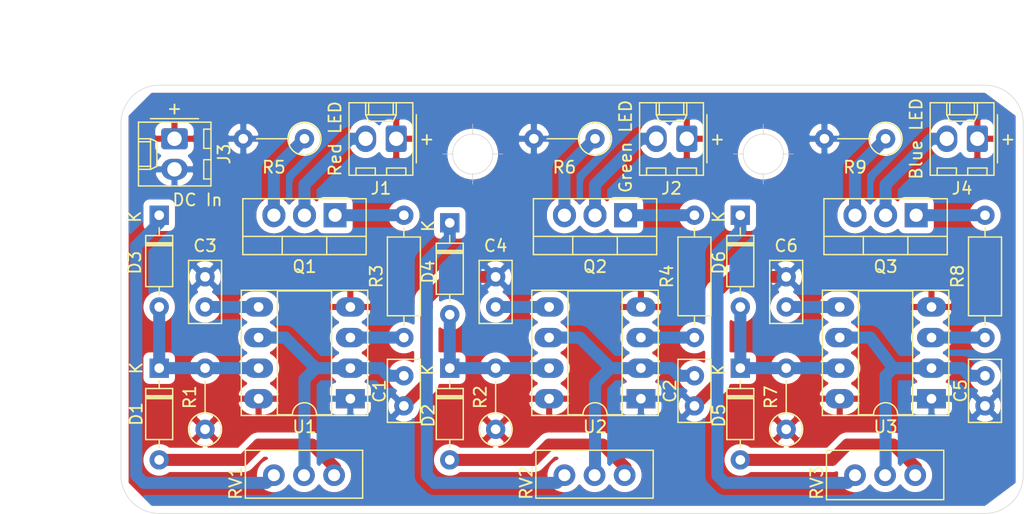
<source format=kicad_pcb>
(kicad_pcb (version 20171130) (host pcbnew 5.1.5+dfsg1-2build2)
  (layers (0 F.Cu signal) (31 B.Cu signal) (34 B.Paste user hide) (35 F.Paste user hide) (36 B.SilkS user hide) (37 F.SilkS user) (38 B.Mask user) (39 F.Mask user) (44 Edge.Cuts user))
  (net 0 "")
  (net 1 "Net-(C1-Pad1)")
  (net 2 GND)
  (net 3 "Net-(C2-Pad1)")
  (net 4 "Net-(C3-Pad1)")
  (net 5 "Net-(C4-Pad1)")
  (net 6 "Net-(C5-Pad1)")
  (net 7 "Net-(C6-Pad1)")
  (net 8 "Net-(D1-Pad2)")
  (net 9 "Net-(D1-Pad1)")
  (net 10 "Net-(D2-Pad1)")
  (net 11 "Net-(D2-Pad2)")
  (net 12 "Net-(D3-Pad1)")
  (net 13 "Net-(D4-Pad1)")
  (net 14 "Net-(D5-Pad1)")
  (net 15 "Net-(D5-Pad2)")
  (net 16 "Net-(D6-Pad1)")
  (net 17 "Net-(J1-Pad2)")
  (net 18 VCC)
  (net 19 "Net-(J2-Pad2)")
  (net 20 "Net-(J4-Pad2)")
  (net 21 "Net-(Q1-Pad1)")
  (net 22 "Net-(Q1-Pad3)")
  (net 23 "Net-(Q2-Pad3)")
  (net 24 "Net-(Q2-Pad1)")
  (net 25 "Net-(Q3-Pad1)")
  (net 26 "Net-(Q3-Pad3)")
  (net 27 "Net-(R3-Pad2)")
  (net 28 "Net-(R4-Pad2)")
  (net 29 "Net-(R8-Pad2)")
  (module Potentiometer_THT:Potentiometer_Alps_RK09Y11_Single_Horizontal (layer F.Cu) (at 114.935 112.395 270)
    (fp_text reference RV3 (at 0.635 3.175 90) (layer F.SilkS))
    (fp_text value 10k)
    (fp_line (start 2.032 -7.37) (end 2.032 2.37) (layer F.SilkS) (width 0.12))
    (fp_line (start -2.071 -7.37) (end -2.071 2.37) (layer F.SilkS) (width 0.12))
    (fp_line (start -2.071 2.37) (end 2.032 2.37) (layer F.SilkS) (width 0.12))
    (fp_line (start -2.071 -7.37) (end 2.032 -7.37) (layer F.SilkS) (width 0.12))
    (pad 1 thru_hole circle (at 0 0 270) (size 1.8 1.8) (drill 1) (layers *.Cu *.Mask) (net 16 "Net-(D6-Pad1)"))
    (pad 2 thru_hole circle (at 0 -2.5 270) (size 1.8 1.8) (drill 1) (layers *.Cu *.Mask) (net 6 "Net-(C5-Pad1)"))
    (pad 3 thru_hole circle (at 0 -5 270) (size 1.8 1.8) (drill 1) (layers *.Cu *.Mask) (net 15 "Net-(D5-Pad2)"))
  )
  (module Potentiometer_THT:Potentiometer_Alps_RK09Y11_Single_Horizontal (layer F.Cu) (at 90.805 112.395 270)
    (fp_text reference RV2 (at 0.635 3.175 270) (layer F.SilkS))
    (fp_text value 10k)
    (fp_line (start 1.905 -7.366) (end 1.905 2.374) (layer F.SilkS) (width 0.12))
    (fp_line (start -2.071 -7.37) (end -2.071 2.37) (layer F.SilkS) (width 0.12))
    (fp_line (start -2.071 2.37) (end 1.905 2.374) (layer F.SilkS) (width 0.12))
    (fp_line (start -2.071 -7.37) (end 1.905 -7.366) (layer F.SilkS) (width 0.12))
    (pad 1 thru_hole circle (at 0 0 270) (size 1.8 1.8) (drill 1) (layers *.Cu *.Mask) (net 13 "Net-(D4-Pad1)"))
    (pad 2 thru_hole circle (at 0 -2.5 270) (size 1.8 1.8) (drill 1) (layers *.Cu *.Mask) (net 3 "Net-(C2-Pad1)"))
    (pad 3 thru_hole circle (at 0 -5 270) (size 1.8 1.8) (drill 1) (layers *.Cu *.Mask) (net 11 "Net-(D2-Pad2)"))
  )
  (module Potentiometer_THT:Potentiometer_Alps_RK09Y11_Single_Horizontal (layer F.Cu) (at 66.675 112.395 270)
    (fp_text reference RV1 (at 0.635 3.175 270) (layer F.SilkS))
    (fp_text value 10k)
    (fp_line (start 1.905 -7.37) (end 1.905 2.37) (layer F.SilkS) (width 0.12))
    (fp_line (start -2.071 -7.37) (end -2.071 2.37) (layer F.SilkS) (width 0.12))
    (fp_line (start -2.071 2.37) (end 1.905 2.37) (layer F.SilkS) (width 0.12))
    (fp_line (start -2.071 -7.37) (end 1.905 -7.37) (layer F.SilkS) (width 0.12))
    (pad 1 thru_hole circle (at 0 0 270) (size 1.8 1.8) (drill 1) (layers *.Cu *.Mask) (net 12 "Net-(D3-Pad1)"))
    (pad 2 thru_hole circle (at 0 -2.5 270) (size 1.8 1.8) (drill 1) (layers *.Cu *.Mask) (net 1 "Net-(C1-Pad1)"))
    (pad 3 thru_hole circle (at 0 -5 270) (size 1.8 1.8) (drill 1) (layers *.Cu *.Mask) (net 8 "Net-(D1-Pad2)"))
  )
  (module MountingHole:MountingHole_3.2mm_M3 (layer F.Cu) (at 107.315 85.725)
    (fp_text reference REF** hide)
    (fp_text value MountingHole_3.2mm_M3)
    (pad "" np_thru_hole circle (at 0 0) (size 3.2 3.2) (drill 3.2) (layers *.Cu *.Mask))
  )
  (module MountingHole:MountingHole_3.2mm_M3 (layer F.Cu) (at 83.185 85.725)
    (fp_text reference "" hide)
    (fp_text value MountingHole_3.2mm_M3)
    (pad "" np_thru_hole circle (at 0 0) (size 3.2 3.2) (drill 3.2) (layers *.Cu *.Mask))
  )
  (module Capacitor_THT:C_Disc_D5.0mm_W2.5mm_P2.50mm (layer F.Cu) (at 77.47 104.14 270)
    (fp_text reference C1 (at 1.27 2.032 90) (layer F.SilkS))
    (fp_text value 10nF)
    (fp_line (start -1.37 -1.37) (end 3.87 -1.37) (layer F.SilkS) (width 0.12))
    (fp_line (start -1.37 1.37) (end 3.87 1.37) (layer F.SilkS) (width 0.12))
    (fp_line (start -1.37 -1.37) (end -1.37 1.37) (layer F.SilkS) (width 0.12))
    (fp_line (start 3.87 -1.37) (end 3.87 1.37) (layer F.SilkS) (width 0.12))
    (pad 1 thru_hole circle (at 0 0 270) (size 1.6 1.6) (drill 0.8) (layers *.Cu *.Mask) (net 1 "Net-(C1-Pad1)"))
    (pad 2 thru_hole circle (at 2.5 0 270) (size 1.6 1.6) (drill 0.8) (layers *.Cu *.Mask) (net 2 GND))
  )
  (module Capacitor_THT:C_Disc_D5.0mm_W2.5mm_P2.50mm (layer F.Cu) (at 101.6 104.14 270)
    (fp_text reference C2 (at 1.27 2.032 90) (layer F.SilkS))
    (fp_text value 10nF)
    (fp_line (start -1.37 -1.37) (end 3.87 -1.37) (layer F.SilkS) (width 0.12))
    (fp_line (start -1.37 1.37) (end 3.87 1.37) (layer F.SilkS) (width 0.12))
    (fp_line (start -1.37 -1.37) (end -1.37 1.37) (layer F.SilkS) (width 0.12))
    (fp_line (start 3.87 -1.37) (end 3.87 1.37) (layer F.SilkS) (width 0.12))
    (pad 1 thru_hole circle (at 0 0 270) (size 1.6 1.6) (drill 0.8) (layers *.Cu *.Mask) (net 3 "Net-(C2-Pad1)"))
    (pad 2 thru_hole circle (at 2.5 0 270) (size 1.6 1.6) (drill 0.8) (layers *.Cu *.Mask) (net 2 GND))
  )
  (module Capacitor_THT:C_Disc_D5.0mm_W2.5mm_P2.50mm (layer F.Cu) (at 60.96 98.425 90)
    (fp_text reference C3 (at 5.08 0 180) (layer F.SilkS))
    (fp_text value 10nF)
    (fp_line (start 3.87 -1.37) (end 3.87 1.37) (layer F.SilkS) (width 0.12))
    (fp_line (start -1.37 -1.37) (end -1.37 1.37) (layer F.SilkS) (width 0.12))
    (fp_line (start -1.37 1.37) (end 3.87 1.37) (layer F.SilkS) (width 0.12))
    (fp_line (start -1.37 -1.37) (end 3.87 -1.37) (layer F.SilkS) (width 0.12))
    (pad 2 thru_hole circle (at 2.5 0 90) (size 1.6 1.6) (drill 0.8) (layers *.Cu *.Mask) (net 2 GND))
    (pad 1 thru_hole circle (at 0 0 90) (size 1.6 1.6) (drill 0.8) (layers *.Cu *.Mask) (net 4 "Net-(C3-Pad1)"))
  )
  (module Capacitor_THT:C_Disc_D5.0mm_W2.5mm_P2.50mm (layer F.Cu) (at 85.09 98.425 90)
    (fp_text reference C4 (at 5.08 0 180) (layer F.SilkS))
    (fp_text value 10nF)
    (fp_line (start 3.87 -1.37) (end 3.87 1.37) (layer F.SilkS) (width 0.12))
    (fp_line (start -1.37 -1.37) (end -1.37 1.37) (layer F.SilkS) (width 0.12))
    (fp_line (start -1.37 1.37) (end 3.87 1.37) (layer F.SilkS) (width 0.12))
    (fp_line (start -1.37 -1.37) (end 3.87 -1.37) (layer F.SilkS) (width 0.12))
    (pad 2 thru_hole circle (at 2.5 0 90) (size 1.6 1.6) (drill 0.8) (layers *.Cu *.Mask) (net 2 GND))
    (pad 1 thru_hole circle (at 0 0 90) (size 1.6 1.6) (drill 0.8) (layers *.Cu *.Mask) (net 5 "Net-(C4-Pad1)"))
  )
  (module Capacitor_THT:C_Disc_D5.0mm_W2.5mm_P2.50mm (layer F.Cu) (at 125.73 104.14 270)
    (fp_text reference C5 (at 1.25 2.032 90) (layer F.SilkS))
    (fp_text value 10nF)
    (fp_line (start -1.37 -1.37) (end 3.87 -1.37) (layer F.SilkS) (width 0.12))
    (fp_line (start -1.37 1.37) (end 3.87 1.37) (layer F.SilkS) (width 0.12))
    (fp_line (start -1.37 -1.37) (end -1.37 1.37) (layer F.SilkS) (width 0.12))
    (fp_line (start 3.87 -1.37) (end 3.87 1.37) (layer F.SilkS) (width 0.12))
    (pad 1 thru_hole circle (at 0 0 270) (size 1.6 1.6) (drill 0.8) (layers *.Cu *.Mask) (net 6 "Net-(C5-Pad1)"))
    (pad 2 thru_hole circle (at 2.5 0 270) (size 1.6 1.6) (drill 0.8) (layers *.Cu *.Mask) (net 2 GND))
  )
  (module Capacitor_THT:C_Disc_D5.0mm_W2.5mm_P2.50mm (layer F.Cu) (at 109.22 98.425 90)
    (fp_text reference C6 (at 5.08 0 180) (layer F.SilkS))
    (fp_text value 10nF)
    (fp_line (start 3.87 -1.37) (end 3.87 1.37) (layer F.SilkS) (width 0.12))
    (fp_line (start -1.37 -1.37) (end -1.37 1.37) (layer F.SilkS) (width 0.12))
    (fp_line (start -1.37 1.37) (end 3.87 1.37) (layer F.SilkS) (width 0.12))
    (fp_line (start -1.37 -1.37) (end 3.87 -1.37) (layer F.SilkS) (width 0.12))
    (pad 2 thru_hole circle (at 2.5 0 90) (size 1.6 1.6) (drill 0.8) (layers *.Cu *.Mask) (net 2 GND))
    (pad 1 thru_hole circle (at 0 0 90) (size 1.6 1.6) (drill 0.8) (layers *.Cu *.Mask) (net 7 "Net-(C6-Pad1)"))
  )
  (module Diode_THT:D_DO-35_SOD27_P7.62mm_Horizontal (layer F.Cu) (at 57.15 103.505 270)
    (fp_text reference D1 (at 3.81 1.905 90) (layer F.SilkS))
    (fp_text value 1N4148)
    (fp_text user K (at 0 1.905 90) (layer F.SilkS))
    (fp_line (start 2.29 -1.12) (end 2.29 1.12) (layer F.SilkS) (width 0.12))
    (fp_line (start 2.53 -1.12) (end 2.53 1.12) (layer F.SilkS) (width 0.12))
    (fp_line (start 2.41 -1.12) (end 2.41 1.12) (layer F.SilkS) (width 0.12))
    (fp_line (start 6.58 0) (end 5.93 0) (layer F.SilkS) (width 0.12))
    (fp_line (start 1.04 0) (end 1.69 0) (layer F.SilkS) (width 0.12))
    (fp_line (start 5.93 -1.12) (end 1.69 -1.12) (layer F.SilkS) (width 0.12))
    (fp_line (start 5.93 1.12) (end 5.93 -1.12) (layer F.SilkS) (width 0.12))
    (fp_line (start 1.69 1.12) (end 5.93 1.12) (layer F.SilkS) (width 0.12))
    (fp_line (start 1.69 -1.12) (end 1.69 1.12) (layer F.SilkS) (width 0.12))
    (pad 2 thru_hole oval (at 7.62 0 270) (size 1.6 1.6) (drill 0.8) (layers *.Cu *.Mask) (net 8 "Net-(D1-Pad2)"))
    (pad 1 thru_hole rect (at 0 0 270) (size 1.6 1.6) (drill 0.8) (layers *.Cu *.Mask) (net 9 "Net-(D1-Pad1)"))
  )
  (module Diode_THT:D_DO-35_SOD27_P7.62mm_Horizontal (layer F.Cu) (at 81.28 103.505 270)
    (fp_text reference D2 (at 3.937 1.778 90) (layer F.SilkS))
    (fp_text value 1N4148)
    (fp_line (start 1.69 -1.12) (end 1.69 1.12) (layer F.SilkS) (width 0.12))
    (fp_line (start 1.69 1.12) (end 5.93 1.12) (layer F.SilkS) (width 0.12))
    (fp_line (start 5.93 1.12) (end 5.93 -1.12) (layer F.SilkS) (width 0.12))
    (fp_line (start 5.93 -1.12) (end 1.69 -1.12) (layer F.SilkS) (width 0.12))
    (fp_line (start 1.04 0) (end 1.69 0) (layer F.SilkS) (width 0.12))
    (fp_line (start 6.58 0) (end 5.93 0) (layer F.SilkS) (width 0.12))
    (fp_line (start 2.41 -1.12) (end 2.41 1.12) (layer F.SilkS) (width 0.12))
    (fp_line (start 2.53 -1.12) (end 2.53 1.12) (layer F.SilkS) (width 0.12))
    (fp_line (start 2.29 -1.12) (end 2.29 1.12) (layer F.SilkS) (width 0.12))
    (fp_text user K (at 0.127 1.778 90) (layer F.SilkS))
    (pad 1 thru_hole rect (at 0 0 270) (size 1.6 1.6) (drill 0.8) (layers *.Cu *.Mask) (net 10 "Net-(D2-Pad1)"))
    (pad 2 thru_hole oval (at 7.62 0 270) (size 1.6 1.6) (drill 0.8) (layers *.Cu *.Mask) (net 11 "Net-(D2-Pad2)"))
  )
  (module Diode_THT:D_DO-35_SOD27_P7.62mm_Horizontal (layer F.Cu) (at 57.15 90.805 270)
    (fp_text reference D3 (at 3.937 2.032 90) (layer F.SilkS))
    (fp_text value 1N4148)
    (fp_text user K (at 0.127 2.032 90) (layer F.SilkS))
    (fp_line (start 2.29 -1.12) (end 2.29 1.12) (layer F.SilkS) (width 0.12))
    (fp_line (start 2.53 -1.12) (end 2.53 1.12) (layer F.SilkS) (width 0.12))
    (fp_line (start 2.41 -1.12) (end 2.41 1.12) (layer F.SilkS) (width 0.12))
    (fp_line (start 6.58 0) (end 5.93 0) (layer F.SilkS) (width 0.12))
    (fp_line (start 1.04 0) (end 1.69 0) (layer F.SilkS) (width 0.12))
    (fp_line (start 5.93 -1.12) (end 1.69 -1.12) (layer F.SilkS) (width 0.12))
    (fp_line (start 5.93 1.12) (end 5.93 -1.12) (layer F.SilkS) (width 0.12))
    (fp_line (start 1.69 1.12) (end 5.93 1.12) (layer F.SilkS) (width 0.12))
    (fp_line (start 1.69 -1.12) (end 1.69 1.12) (layer F.SilkS) (width 0.12))
    (pad 2 thru_hole oval (at 7.62 0 270) (size 1.6 1.6) (drill 0.8) (layers *.Cu *.Mask) (net 9 "Net-(D1-Pad1)"))
    (pad 1 thru_hole rect (at 0 0 270) (size 1.6 1.6) (drill 0.8) (layers *.Cu *.Mask) (net 12 "Net-(D3-Pad1)"))
  )
  (module Diode_THT:D_DO-35_SOD27_P7.62mm_Horizontal (layer F.Cu) (at 81.28 91.44 270)
    (fp_text reference D4 (at 4.064 1.778 90) (layer F.SilkS))
    (fp_text value 1N4148)
    (fp_line (start 1.69 -1.12) (end 1.69 1.12) (layer F.SilkS) (width 0.12))
    (fp_line (start 1.69 1.12) (end 5.93 1.12) (layer F.SilkS) (width 0.12))
    (fp_line (start 5.93 1.12) (end 5.93 -1.12) (layer F.SilkS) (width 0.12))
    (fp_line (start 5.93 -1.12) (end 1.69 -1.12) (layer F.SilkS) (width 0.12))
    (fp_line (start 1.04 0) (end 1.69 0) (layer F.SilkS) (width 0.12))
    (fp_line (start 6.58 0) (end 5.93 0) (layer F.SilkS) (width 0.12))
    (fp_line (start 2.41 -1.12) (end 2.41 1.12) (layer F.SilkS) (width 0.12))
    (fp_line (start 2.53 -1.12) (end 2.53 1.12) (layer F.SilkS) (width 0.12))
    (fp_line (start 2.29 -1.12) (end 2.29 1.12) (layer F.SilkS) (width 0.12))
    (fp_text user K (at 0.254 1.778 90) (layer F.SilkS))
    (pad 1 thru_hole rect (at 0 0 270) (size 1.6 1.6) (drill 0.8) (layers *.Cu *.Mask) (net 13 "Net-(D4-Pad1)"))
    (pad 2 thru_hole oval (at 7.62 0 270) (size 1.6 1.6) (drill 0.8) (layers *.Cu *.Mask) (net 10 "Net-(D2-Pad1)"))
  )
  (module Diode_THT:D_DO-35_SOD27_P7.62mm_Horizontal (layer F.Cu) (at 105.41 103.505 270)
    (fp_text reference D5 (at 3.937 1.778 90) (layer F.SilkS))
    (fp_text value 1N4148)
    (fp_line (start 1.69 -1.12) (end 1.69 1.12) (layer F.SilkS) (width 0.12))
    (fp_line (start 1.69 1.12) (end 5.93 1.12) (layer F.SilkS) (width 0.12))
    (fp_line (start 5.93 1.12) (end 5.93 -1.12) (layer F.SilkS) (width 0.12))
    (fp_line (start 5.93 -1.12) (end 1.69 -1.12) (layer F.SilkS) (width 0.12))
    (fp_line (start 1.04 0) (end 1.69 0) (layer F.SilkS) (width 0.12))
    (fp_line (start 6.58 0) (end 5.93 0) (layer F.SilkS) (width 0.12))
    (fp_line (start 2.41 -1.12) (end 2.41 1.12) (layer F.SilkS) (width 0.12))
    (fp_line (start 2.53 -1.12) (end 2.53 1.12) (layer F.SilkS) (width 0.12))
    (fp_line (start 2.29 -1.12) (end 2.29 1.12) (layer F.SilkS) (width 0.12))
    (fp_text user K (at 0.127 1.778 90) (layer F.SilkS))
    (pad 1 thru_hole rect (at 0 0 270) (size 1.6 1.6) (drill 0.8) (layers *.Cu *.Mask) (net 14 "Net-(D5-Pad1)"))
    (pad 2 thru_hole oval (at 7.62 0 270) (size 1.6 1.6) (drill 0.8) (layers *.Cu *.Mask) (net 15 "Net-(D5-Pad2)"))
  )
  (module Diode_THT:D_DO-35_SOD27_P7.62mm_Horizontal (layer F.Cu) (at 105.41 90.805 270)
    (fp_text reference D6 (at 3.937 1.778 90) (layer F.SilkS))
    (fp_text value 1N4148)
    (fp_text user K (at 0.127 1.778 90) (layer F.SilkS))
    (fp_line (start 2.29 -1.12) (end 2.29 1.12) (layer F.SilkS) (width 0.12))
    (fp_line (start 2.53 -1.12) (end 2.53 1.12) (layer F.SilkS) (width 0.12))
    (fp_line (start 2.41 -1.12) (end 2.41 1.12) (layer F.SilkS) (width 0.12))
    (fp_line (start 6.58 0) (end 5.93 0) (layer F.SilkS) (width 0.12))
    (fp_line (start 1.04 0) (end 1.69 0) (layer F.SilkS) (width 0.12))
    (fp_line (start 5.93 -1.12) (end 1.69 -1.12) (layer F.SilkS) (width 0.12))
    (fp_line (start 5.93 1.12) (end 5.93 -1.12) (layer F.SilkS) (width 0.12))
    (fp_line (start 1.69 1.12) (end 5.93 1.12) (layer F.SilkS) (width 0.12))
    (fp_line (start 1.69 -1.12) (end 1.69 1.12) (layer F.SilkS) (width 0.12))
    (pad 2 thru_hole oval (at 7.62 0 270) (size 1.6 1.6) (drill 0.8) (layers *.Cu *.Mask) (net 14 "Net-(D5-Pad1)"))
    (pad 1 thru_hole rect (at 0 0 270) (size 1.6 1.6) (drill 0.8) (layers *.Cu *.Mask) (net 16 "Net-(D6-Pad1)"))
  )
  (module Connector_Molex:Molex_KK-254_AE-6410-02A_1x02_P2.54mm_Vertical (layer F.Cu) (at 76.835 84.455 180)
    (fp_text reference J1 (at 1.27 -4.12) (layer F.SilkS))
    (fp_text value "Red Led")
    (fp_line (start 3.34 -2.43) (end 3.34 -3.03) (layer F.SilkS) (width 0.12))
    (fp_line (start 1.74 -2.43) (end 3.34 -2.43) (layer F.SilkS) (width 0.12))
    (fp_line (start 1.74 -3.03) (end 1.74 -2.43) (layer F.SilkS) (width 0.12))
    (fp_line (start 0.8 -2.43) (end 0.8 -3.03) (layer F.SilkS) (width 0.12))
    (fp_line (start -0.8 -2.43) (end 0.8 -2.43) (layer F.SilkS) (width 0.12))
    (fp_line (start -0.8 -3.03) (end -0.8 -2.43) (layer F.SilkS) (width 0.12))
    (fp_line (start 2.29 2.99) (end 2.29 1.99) (layer F.SilkS) (width 0.12))
    (fp_line (start 0.25 2.99) (end 0.25 1.99) (layer F.SilkS) (width 0.12))
    (fp_line (start 2.29 1.46) (end 2.54 1.99) (layer F.SilkS) (width 0.12))
    (fp_line (start 0.25 1.46) (end 2.29 1.46) (layer F.SilkS) (width 0.12))
    (fp_line (start 0 1.99) (end 0.25 1.46) (layer F.SilkS) (width 0.12))
    (fp_line (start 2.54 1.99) (end 2.54 2.99) (layer F.SilkS) (width 0.12))
    (fp_line (start 0 1.99) (end 2.54 1.99) (layer F.SilkS) (width 0.12))
    (fp_line (start 0 2.99) (end 0 1.99) (layer F.SilkS) (width 0.12))
    (fp_line (start -1.67 -2) (end -1.67 2) (layer F.SilkS) (width 0.12))
    (fp_line (start 3.92 -3.03) (end -1.38 -3.03) (layer F.SilkS) (width 0.12))
    (fp_line (start 3.92 2.99) (end 3.92 -3.03) (layer F.SilkS) (width 0.12))
    (fp_line (start -1.38 2.99) (end 3.92 2.99) (layer F.SilkS) (width 0.12))
    (fp_line (start -1.38 -3.03) (end -1.38 2.99) (layer F.SilkS) (width 0.12))
    (pad 2 thru_hole oval (at 2.54 0 180) (size 1.74 2.2) (drill 1.2) (layers *.Cu *.Mask) (net 17 "Net-(J1-Pad2)"))
    (pad 1 thru_hole roundrect (at 0 0 180) (size 1.74 2.2) (drill 1.2) (layers *.Cu *.Mask) (roundrect_rratio 0.143678) (net 18 VCC))
  )
  (module Connector_Molex:Molex_KK-254_AE-6410-02A_1x02_P2.54mm_Vertical (layer F.Cu) (at 100.965 84.455 180)
    (fp_text reference J2 (at 1.27 -4.12) (layer F.SilkS))
    (fp_text value "Blue Led")
    (fp_line (start 3.34 -2.43) (end 3.34 -3.03) (layer F.SilkS) (width 0.12))
    (fp_line (start 1.74 -2.43) (end 3.34 -2.43) (layer F.SilkS) (width 0.12))
    (fp_line (start 1.74 -3.03) (end 1.74 -2.43) (layer F.SilkS) (width 0.12))
    (fp_line (start 0.8 -2.43) (end 0.8 -3.03) (layer F.SilkS) (width 0.12))
    (fp_line (start -0.8 -2.43) (end 0.8 -2.43) (layer F.SilkS) (width 0.12))
    (fp_line (start -0.8 -3.03) (end -0.8 -2.43) (layer F.SilkS) (width 0.12))
    (fp_line (start 2.29 2.99) (end 2.29 1.99) (layer F.SilkS) (width 0.12))
    (fp_line (start 0.25 2.99) (end 0.25 1.99) (layer F.SilkS) (width 0.12))
    (fp_line (start 2.29 1.46) (end 2.54 1.99) (layer F.SilkS) (width 0.12))
    (fp_line (start 0.25 1.46) (end 2.29 1.46) (layer F.SilkS) (width 0.12))
    (fp_line (start 0 1.99) (end 0.25 1.46) (layer F.SilkS) (width 0.12))
    (fp_line (start 2.54 1.99) (end 2.54 2.99) (layer F.SilkS) (width 0.12))
    (fp_line (start 0 1.99) (end 2.54 1.99) (layer F.SilkS) (width 0.12))
    (fp_line (start 0 2.99) (end 0 1.99) (layer F.SilkS) (width 0.12))
    (fp_line (start -1.67 -2) (end -1.67 2) (layer F.SilkS) (width 0.12))
    (fp_line (start 3.92 -3.03) (end -1.38 -3.03) (layer F.SilkS) (width 0.12))
    (fp_line (start 3.92 2.99) (end 3.92 -3.03) (layer F.SilkS) (width 0.12))
    (fp_line (start -1.38 2.99) (end 3.92 2.99) (layer F.SilkS) (width 0.12))
    (fp_line (start -1.38 -3.03) (end -1.38 2.99) (layer F.SilkS) (width 0.12))
    (pad 2 thru_hole oval (at 2.54 0 180) (size 1.74 2.2) (drill 1.2) (layers *.Cu *.Mask) (net 19 "Net-(J2-Pad2)"))
    (pad 1 thru_hole roundrect (at 0 0 180) (size 1.74 2.2) (drill 1.2) (layers *.Cu *.Mask) (roundrect_rratio 0.143678) (net 18 VCC))
  )
  (module Connector_Molex:Molex_KK-254_AE-6410-02A_1x02_P2.54mm_Vertical (layer F.Cu) (at 58.42 84.455 270)
    (fp_text reference J3 (at 1.27 -4.12 90) (layer F.SilkS))
    (fp_text value "DC In")
    (fp_line (start -1.38 -3.03) (end -1.38 2.99) (layer F.SilkS) (width 0.12))
    (fp_line (start -1.38 2.99) (end 3.92 2.99) (layer F.SilkS) (width 0.12))
    (fp_line (start 3.92 2.99) (end 3.92 -3.03) (layer F.SilkS) (width 0.12))
    (fp_line (start 3.92 -3.03) (end -1.38 -3.03) (layer F.SilkS) (width 0.12))
    (fp_line (start -1.67 -2) (end -1.67 2) (layer F.SilkS) (width 0.12))
    (fp_line (start 0 2.99) (end 0 1.99) (layer F.SilkS) (width 0.12))
    (fp_line (start 0 1.99) (end 2.54 1.99) (layer F.SilkS) (width 0.12))
    (fp_line (start 2.54 1.99) (end 2.54 2.99) (layer F.SilkS) (width 0.12))
    (fp_line (start 0 1.99) (end 0.25 1.46) (layer F.SilkS) (width 0.12))
    (fp_line (start 0.25 1.46) (end 2.29 1.46) (layer F.SilkS) (width 0.12))
    (fp_line (start 2.29 1.46) (end 2.54 1.99) (layer F.SilkS) (width 0.12))
    (fp_line (start 0.25 2.99) (end 0.25 1.99) (layer F.SilkS) (width 0.12))
    (fp_line (start 2.29 2.99) (end 2.29 1.99) (layer F.SilkS) (width 0.12))
    (fp_line (start -0.8 -3.03) (end -0.8 -2.43) (layer F.SilkS) (width 0.12))
    (fp_line (start -0.8 -2.43) (end 0.8 -2.43) (layer F.SilkS) (width 0.12))
    (fp_line (start 0.8 -2.43) (end 0.8 -3.03) (layer F.SilkS) (width 0.12))
    (fp_line (start 1.74 -3.03) (end 1.74 -2.43) (layer F.SilkS) (width 0.12))
    (fp_line (start 1.74 -2.43) (end 3.34 -2.43) (layer F.SilkS) (width 0.12))
    (fp_line (start 3.34 -2.43) (end 3.34 -3.03) (layer F.SilkS) (width 0.12))
    (pad 1 thru_hole roundrect (at 0 0 270) (size 1.74 2.2) (drill 1.2) (layers *.Cu *.Mask) (roundrect_rratio 0.143678) (net 18 VCC))
    (pad 2 thru_hole oval (at 2.54 0 270) (size 1.74 2.2) (drill 1.2) (layers *.Cu *.Mask) (net 2 GND))
  )
  (module Connector_Molex:Molex_KK-254_AE-6410-02A_1x02_P2.54mm_Vertical (layer F.Cu) (at 125.095 84.455 180)
    (fp_text reference J4 (at 1.27 -4.12) (layer F.SilkS))
    (fp_text value "Green Led")
    (fp_line (start -1.38 -3.03) (end -1.38 2.99) (layer F.SilkS) (width 0.12))
    (fp_line (start -1.38 2.99) (end 3.92 2.99) (layer F.SilkS) (width 0.12))
    (fp_line (start 3.92 2.99) (end 3.92 -3.03) (layer F.SilkS) (width 0.12))
    (fp_line (start 3.92 -3.03) (end -1.38 -3.03) (layer F.SilkS) (width 0.12))
    (fp_line (start -1.67 -2) (end -1.67 2) (layer F.SilkS) (width 0.12))
    (fp_line (start 0 2.99) (end 0 1.99) (layer F.SilkS) (width 0.12))
    (fp_line (start 0 1.99) (end 2.54 1.99) (layer F.SilkS) (width 0.12))
    (fp_line (start 2.54 1.99) (end 2.54 2.99) (layer F.SilkS) (width 0.12))
    (fp_line (start 0 1.99) (end 0.25 1.46) (layer F.SilkS) (width 0.12))
    (fp_line (start 0.25 1.46) (end 2.29 1.46) (layer F.SilkS) (width 0.12))
    (fp_line (start 2.29 1.46) (end 2.54 1.99) (layer F.SilkS) (width 0.12))
    (fp_line (start 0.25 2.99) (end 0.25 1.99) (layer F.SilkS) (width 0.12))
    (fp_line (start 2.29 2.99) (end 2.29 1.99) (layer F.SilkS) (width 0.12))
    (fp_line (start -0.8 -3.03) (end -0.8 -2.43) (layer F.SilkS) (width 0.12))
    (fp_line (start -0.8 -2.43) (end 0.8 -2.43) (layer F.SilkS) (width 0.12))
    (fp_line (start 0.8 -2.43) (end 0.8 -3.03) (layer F.SilkS) (width 0.12))
    (fp_line (start 1.74 -3.03) (end 1.74 -2.43) (layer F.SilkS) (width 0.12))
    (fp_line (start 1.74 -2.43) (end 3.34 -2.43) (layer F.SilkS) (width 0.12))
    (fp_line (start 3.34 -2.43) (end 3.34 -3.03) (layer F.SilkS) (width 0.12))
    (pad 1 thru_hole roundrect (at 0 0 180) (size 1.74 2.2) (drill 1.2) (layers *.Cu *.Mask) (roundrect_rratio 0.143678) (net 18 VCC))
    (pad 2 thru_hole oval (at 2.54 0 180) (size 1.74 2.2) (drill 1.2) (layers *.Cu *.Mask) (net 20 "Net-(J4-Pad2)"))
  )
  (module Package_TO_SOT_THT:TO-220-3_Vertical (layer F.Cu) (at 71.755 90.805 180)
    (fp_text reference Q1 (at 2.54 -4.27) (layer F.SilkS))
    (fp_text value IRF540N)
    (fp_line (start -2.58 -3.27) (end 7.66 -3.27) (layer F.SilkS) (width 0.12))
    (fp_line (start -2.58 1.371) (end 7.66 1.371) (layer F.SilkS) (width 0.12))
    (fp_line (start -2.58 -3.27) (end -2.58 1.371) (layer F.SilkS) (width 0.12))
    (fp_line (start 7.66 -3.27) (end 7.66 1.371) (layer F.SilkS) (width 0.12))
    (fp_line (start -2.58 -1.76) (end 7.66 -1.76) (layer F.SilkS) (width 0.12))
    (fp_line (start 0.69 -3.27) (end 0.69 -1.76) (layer F.SilkS) (width 0.12))
    (fp_line (start 4.391 -3.27) (end 4.391 -1.76) (layer F.SilkS) (width 0.12))
    (pad 1 thru_hole rect (at 0 0 180) (size 1.905 2) (drill 1.1) (layers *.Cu *.Mask) (net 21 "Net-(Q1-Pad1)"))
    (pad 2 thru_hole oval (at 2.54 0 180) (size 1.905 2) (drill 1.1) (layers *.Cu *.Mask) (net 17 "Net-(J1-Pad2)"))
    (pad 3 thru_hole oval (at 5.08 0 180) (size 1.905 2) (drill 1.1) (layers *.Cu *.Mask) (net 22 "Net-(Q1-Pad3)"))
  )
  (module Package_TO_SOT_THT:TO-220-3_Vertical (layer F.Cu) (at 95.885 90.805 180)
    (fp_text reference Q2 (at 2.54 -4.27) (layer F.SilkS))
    (fp_text value IRF540N)
    (fp_line (start 4.391 -3.27) (end 4.391 -1.76) (layer F.SilkS) (width 0.12))
    (fp_line (start 0.69 -3.27) (end 0.69 -1.76) (layer F.SilkS) (width 0.12))
    (fp_line (start -2.58 -1.76) (end 7.66 -1.76) (layer F.SilkS) (width 0.12))
    (fp_line (start 7.66 -3.27) (end 7.66 1.371) (layer F.SilkS) (width 0.12))
    (fp_line (start -2.58 -3.27) (end -2.58 1.371) (layer F.SilkS) (width 0.12))
    (fp_line (start -2.58 1.371) (end 7.66 1.371) (layer F.SilkS) (width 0.12))
    (fp_line (start -2.58 -3.27) (end 7.66 -3.27) (layer F.SilkS) (width 0.12))
    (pad 3 thru_hole oval (at 5.08 0 180) (size 1.905 2) (drill 1.1) (layers *.Cu *.Mask) (net 23 "Net-(Q2-Pad3)"))
    (pad 2 thru_hole oval (at 2.54 0 180) (size 1.905 2) (drill 1.1) (layers *.Cu *.Mask) (net 19 "Net-(J2-Pad2)"))
    (pad 1 thru_hole rect (at 0 0 180) (size 1.905 2) (drill 1.1) (layers *.Cu *.Mask) (net 24 "Net-(Q2-Pad1)"))
  )
  (module Package_TO_SOT_THT:TO-220-3_Vertical (layer F.Cu) (at 120.015 90.805 180)
    (fp_text reference Q3 (at 2.54 -4.27) (layer F.SilkS))
    (fp_text value IRF540N)
    (fp_line (start -2.58 -3.27) (end 7.66 -3.27) (layer F.SilkS) (width 0.12))
    (fp_line (start -2.58 1.371) (end 7.66 1.371) (layer F.SilkS) (width 0.12))
    (fp_line (start -2.58 -3.27) (end -2.58 1.371) (layer F.SilkS) (width 0.12))
    (fp_line (start 7.66 -3.27) (end 7.66 1.371) (layer F.SilkS) (width 0.12))
    (fp_line (start -2.58 -1.76) (end 7.66 -1.76) (layer F.SilkS) (width 0.12))
    (fp_line (start 0.69 -3.27) (end 0.69 -1.76) (layer F.SilkS) (width 0.12))
    (fp_line (start 4.391 -3.27) (end 4.391 -1.76) (layer F.SilkS) (width 0.12))
    (pad 1 thru_hole rect (at 0 0 180) (size 1.905 2) (drill 1.1) (layers *.Cu *.Mask) (net 25 "Net-(Q3-Pad1)"))
    (pad 2 thru_hole oval (at 2.54 0 180) (size 1.905 2) (drill 1.1) (layers *.Cu *.Mask) (net 20 "Net-(J4-Pad2)"))
    (pad 3 thru_hole oval (at 5.08 0 180) (size 1.905 2) (drill 1.1) (layers *.Cu *.Mask) (net 26 "Net-(Q3-Pad3)"))
  )
  (module Resistor_THT:R_Axial_DIN0207_L6.3mm_D2.5mm_P5.08mm_Vertical (layer F.Cu) (at 60.96 108.585 90)
    (fp_text reference R1 (at 2.667 -1.27 90) (layer F.SilkS))
    (fp_text value 1k)
    (fp_line (start 1.37 0) (end 3.98 0) (layer F.SilkS) (width 0.12))
    (fp_circle (center 0 0) (end 1.37 0) (layer F.SilkS) (width 0.12))
    (pad 2 thru_hole oval (at 5.08 0 90) (size 1.6 1.6) (drill 0.8) (layers *.Cu *.Mask) (net 9 "Net-(D1-Pad1)"))
    (pad 1 thru_hole circle (at 0 0 90) (size 1.6 1.6) (drill 0.8) (layers *.Cu *.Mask) (net 18 VCC))
  )
  (module Resistor_THT:R_Axial_DIN0207_L6.3mm_D2.5mm_P5.08mm_Vertical (layer F.Cu) (at 85.09 108.585 90)
    (fp_text reference R2 (at 2.667 -1.27 90) (layer F.SilkS))
    (fp_text value 1k)
    (fp_circle (center 0 0) (end 1.37 0) (layer F.SilkS) (width 0.12))
    (fp_line (start 1.37 0) (end 3.98 0) (layer F.SilkS) (width 0.12))
    (pad 1 thru_hole circle (at 0 0 90) (size 1.6 1.6) (drill 0.8) (layers *.Cu *.Mask) (net 18 VCC))
    (pad 2 thru_hole oval (at 5.08 0 90) (size 1.6 1.6) (drill 0.8) (layers *.Cu *.Mask) (net 10 "Net-(D2-Pad1)"))
  )
  (module Resistor_THT:R_Axial_DIN0207_L6.3mm_D2.5mm_P10.16mm_Horizontal (layer F.Cu) (at 77.47 90.805 270)
    (fp_text reference R3 (at 5.08 2.286 90) (layer F.SilkS))
    (fp_text value 10k)
    (fp_line (start 1.81 -1.37) (end 1.81 1.37) (layer F.SilkS) (width 0.12))
    (fp_line (start 1.81 1.37) (end 8.35 1.37) (layer F.SilkS) (width 0.12))
    (fp_line (start 8.35 1.37) (end 8.35 -1.37) (layer F.SilkS) (width 0.12))
    (fp_line (start 8.35 -1.37) (end 1.81 -1.37) (layer F.SilkS) (width 0.12))
    (fp_line (start 1.04 0) (end 1.81 0) (layer F.SilkS) (width 0.12))
    (fp_line (start 9.12 0) (end 8.35 0) (layer F.SilkS) (width 0.12))
    (pad 1 thru_hole circle (at 0 0 270) (size 1.6 1.6) (drill 0.8) (layers *.Cu *.Mask) (net 21 "Net-(Q1-Pad1)"))
    (pad 2 thru_hole oval (at 10.16 0 270) (size 1.6 1.6) (drill 0.8) (layers *.Cu *.Mask) (net 27 "Net-(R3-Pad2)"))
  )
  (module Resistor_THT:R_Axial_DIN0207_L6.3mm_D2.5mm_P10.16mm_Horizontal (layer F.Cu) (at 101.6 90.805 270)
    (fp_text reference R4 (at 5.08 2.286 90) (layer F.SilkS))
    (fp_text value 10k)
    (fp_line (start 9.12 0) (end 8.35 0) (layer F.SilkS) (width 0.12))
    (fp_line (start 1.04 0) (end 1.81 0) (layer F.SilkS) (width 0.12))
    (fp_line (start 8.35 -1.37) (end 1.81 -1.37) (layer F.SilkS) (width 0.12))
    (fp_line (start 8.35 1.37) (end 8.35 -1.37) (layer F.SilkS) (width 0.12))
    (fp_line (start 1.81 1.37) (end 8.35 1.37) (layer F.SilkS) (width 0.12))
    (fp_line (start 1.81 -1.37) (end 1.81 1.37) (layer F.SilkS) (width 0.12))
    (pad 2 thru_hole oval (at 10.16 0 270) (size 1.6 1.6) (drill 0.8) (layers *.Cu *.Mask) (net 28 "Net-(R4-Pad2)"))
    (pad 1 thru_hole circle (at 0 0 270) (size 1.6 1.6) (drill 0.8) (layers *.Cu *.Mask) (net 24 "Net-(Q2-Pad1)"))
  )
  (module Resistor_THT:R_Axial_DIN0207_L6.3mm_D2.5mm_P5.08mm_Vertical (layer F.Cu) (at 69.215 84.455 180)
    (fp_text reference R5 (at 2.54 -2.37) (layer F.SilkS))
    (fp_text value 5,6)
    (fp_line (start 1.37 0) (end 3.98 0) (layer F.SilkS) (width 0.12))
    (fp_circle (center 0 0) (end 1.37 0) (layer F.SilkS) (width 0.12))
    (pad 2 thru_hole oval (at 5.08 0 180) (size 1.6 1.6) (drill 0.8) (layers *.Cu *.Mask) (net 2 GND))
    (pad 1 thru_hole circle (at 0 0 180) (size 1.6 1.6) (drill 0.8) (layers *.Cu *.Mask) (net 22 "Net-(Q1-Pad3)"))
  )
  (module Resistor_THT:R_Axial_DIN0207_L6.3mm_D2.5mm_P5.08mm_Vertical (layer F.Cu) (at 93.345 84.455 180)
    (fp_text reference R6 (at 2.54 -2.37) (layer F.SilkS))
    (fp_text value 2,7)
    (fp_circle (center 0 0) (end 1.37 0) (layer F.SilkS) (width 0.12))
    (fp_line (start 1.37 0) (end 3.98 0) (layer F.SilkS) (width 0.12))
    (pad 1 thru_hole circle (at 0 0 180) (size 1.6 1.6) (drill 0.8) (layers *.Cu *.Mask) (net 23 "Net-(Q2-Pad3)"))
    (pad 2 thru_hole oval (at 5.08 0 180) (size 1.6 1.6) (drill 0.8) (layers *.Cu *.Mask) (net 2 GND))
  )
  (module Resistor_THT:R_Axial_DIN0207_L6.3mm_D2.5mm_P5.08mm_Vertical (layer F.Cu) (at 109.22 108.585 90)
    (fp_text reference R7 (at 2.667 -1.27 90) (layer F.SilkS))
    (fp_text value 1k)
    (fp_line (start 1.37 0) (end 3.98 0) (layer F.SilkS) (width 0.12))
    (fp_circle (center 0 0) (end 1.37 0) (layer F.SilkS) (width 0.12))
    (pad 2 thru_hole oval (at 5.08 0 90) (size 1.6 1.6) (drill 0.8) (layers *.Cu *.Mask) (net 14 "Net-(D5-Pad1)"))
    (pad 1 thru_hole circle (at 0 0 90) (size 1.6 1.6) (drill 0.8) (layers *.Cu *.Mask) (net 18 VCC))
  )
  (module Resistor_THT:R_Axial_DIN0207_L6.3mm_D2.5mm_P10.16mm_Horizontal (layer F.Cu) (at 125.73 90.805 270)
    (fp_text reference R8 (at 5.08 2.286 90) (layer F.SilkS))
    (fp_text value 10k)
    (fp_line (start 9.12 0) (end 8.35 0) (layer F.SilkS) (width 0.12))
    (fp_line (start 1.04 0) (end 1.81 0) (layer F.SilkS) (width 0.12))
    (fp_line (start 8.35 -1.37) (end 1.81 -1.37) (layer F.SilkS) (width 0.12))
    (fp_line (start 8.35 1.37) (end 8.35 -1.37) (layer F.SilkS) (width 0.12))
    (fp_line (start 1.81 1.37) (end 8.35 1.37) (layer F.SilkS) (width 0.12))
    (fp_line (start 1.81 -1.37) (end 1.81 1.37) (layer F.SilkS) (width 0.12))
    (pad 2 thru_hole oval (at 10.16 0 270) (size 1.6 1.6) (drill 0.8) (layers *.Cu *.Mask) (net 29 "Net-(R8-Pad2)"))
    (pad 1 thru_hole circle (at 0 0 270) (size 1.6 1.6) (drill 0.8) (layers *.Cu *.Mask) (net 25 "Net-(Q3-Pad1)"))
  )
  (module Resistor_THT:R_Axial_DIN0207_L6.3mm_D2.5mm_P5.08mm_Vertical (layer F.Cu) (at 117.475 84.455 180)
    (fp_text reference R9 (at 2.54 -2.37) (layer F.SilkS))
    (fp_text value 2,7)
    (fp_circle (center 0 0) (end 1.37 0) (layer F.SilkS) (width 0.12))
    (fp_line (start 1.37 0) (end 3.98 0) (layer F.SilkS) (width 0.12))
    (pad 1 thru_hole circle (at 0 0 180) (size 1.6 1.6) (drill 0.8) (layers *.Cu *.Mask) (net 26 "Net-(Q3-Pad3)"))
    (pad 2 thru_hole oval (at 5.08 0 180) (size 1.6 1.6) (drill 0.8) (layers *.Cu *.Mask) (net 2 GND))
  )
  (module Package_DIP:DIP-8_W7.62mm_Socket_LongPads (layer F.Cu) (at 73.025 106.045 180)
    (fp_text reference U1 (at 3.81 -2.33) (layer F.SilkS))
    (fp_text value LM555)
    (fp_line (start 9.06 -1.39) (end -1.44 -1.39) (layer F.SilkS) (width 0.12))
    (fp_line (start 9.06 9.01) (end 9.06 -1.39) (layer F.SilkS) (width 0.12))
    (fp_line (start -1.44 9.01) (end 9.06 9.01) (layer F.SilkS) (width 0.12))
    (fp_line (start -1.44 -1.39) (end -1.44 9.01) (layer F.SilkS) (width 0.12))
    (fp_line (start 6.06 -1.33) (end 4.81 -1.33) (layer F.SilkS) (width 0.12))
    (fp_line (start 6.06 8.95) (end 6.06 -1.33) (layer F.SilkS) (width 0.12))
    (fp_line (start 1.56 8.95) (end 6.06 8.95) (layer F.SilkS) (width 0.12))
    (fp_line (start 1.56 -1.33) (end 1.56 8.95) (layer F.SilkS) (width 0.12))
    (fp_line (start 2.81 -1.33) (end 1.56 -1.33) (layer F.SilkS) (width 0.12))
    (fp_arc (start 3.81 -1.33) (end 2.81 -1.33) (angle -180) (layer F.SilkS) (width 0.12))
    (pad 8 thru_hole oval (at 7.62 0 180) (size 2.4 1.6) (drill 0.8) (layers *.Cu *.Mask) (net 18 VCC))
    (pad 4 thru_hole oval (at 0 7.62 180) (size 2.4 1.6) (drill 0.8) (layers *.Cu *.Mask) (net 18 VCC))
    (pad 7 thru_hole oval (at 7.62 2.54 180) (size 2.4 1.6) (drill 0.8) (layers *.Cu *.Mask) (net 9 "Net-(D1-Pad1)"))
    (pad 3 thru_hole oval (at 0 5.08 180) (size 2.4 1.6) (drill 0.8) (layers *.Cu *.Mask) (net 27 "Net-(R3-Pad2)"))
    (pad 6 thru_hole oval (at 7.62 5.08 180) (size 2.4 1.6) (drill 0.8) (layers *.Cu *.Mask) (net 1 "Net-(C1-Pad1)"))
    (pad 2 thru_hole oval (at 0 2.54 180) (size 2.4 1.6) (drill 0.8) (layers *.Cu *.Mask) (net 1 "Net-(C1-Pad1)"))
    (pad 5 thru_hole oval (at 7.62 7.62 180) (size 2.4 1.6) (drill 0.8) (layers *.Cu *.Mask) (net 4 "Net-(C3-Pad1)"))
    (pad 1 thru_hole rect (at 0 0 180) (size 2.4 1.6) (drill 0.8) (layers *.Cu *.Mask) (net 2 GND))
  )
  (module Package_DIP:DIP-8_W7.62mm_Socket_LongPads (layer F.Cu) (at 97.155 106.045 180)
    (fp_text reference U2 (at 3.81 -2.33) (layer F.SilkS))
    (fp_text value LM555)
    (fp_arc (start 3.81 -1.33) (end 2.81 -1.33) (angle -180) (layer F.SilkS) (width 0.12))
    (fp_line (start 2.81 -1.33) (end 1.56 -1.33) (layer F.SilkS) (width 0.12))
    (fp_line (start 1.56 -1.33) (end 1.56 8.95) (layer F.SilkS) (width 0.12))
    (fp_line (start 1.56 8.95) (end 6.06 8.95) (layer F.SilkS) (width 0.12))
    (fp_line (start 6.06 8.95) (end 6.06 -1.33) (layer F.SilkS) (width 0.12))
    (fp_line (start 6.06 -1.33) (end 4.81 -1.33) (layer F.SilkS) (width 0.12))
    (fp_line (start -1.44 -1.39) (end -1.44 9.01) (layer F.SilkS) (width 0.12))
    (fp_line (start -1.44 9.01) (end 9.06 9.01) (layer F.SilkS) (width 0.12))
    (fp_line (start 9.06 9.01) (end 9.06 -1.39) (layer F.SilkS) (width 0.12))
    (fp_line (start 9.06 -1.39) (end -1.44 -1.39) (layer F.SilkS) (width 0.12))
    (pad 1 thru_hole rect (at 0 0 180) (size 2.4 1.6) (drill 0.8) (layers *.Cu *.Mask) (net 2 GND))
    (pad 5 thru_hole oval (at 7.62 7.62 180) (size 2.4 1.6) (drill 0.8) (layers *.Cu *.Mask) (net 5 "Net-(C4-Pad1)"))
    (pad 2 thru_hole oval (at 0 2.54 180) (size 2.4 1.6) (drill 0.8) (layers *.Cu *.Mask) (net 3 "Net-(C2-Pad1)"))
    (pad 6 thru_hole oval (at 7.62 5.08 180) (size 2.4 1.6) (drill 0.8) (layers *.Cu *.Mask) (net 3 "Net-(C2-Pad1)"))
    (pad 3 thru_hole oval (at 0 5.08 180) (size 2.4 1.6) (drill 0.8) (layers *.Cu *.Mask) (net 28 "Net-(R4-Pad2)"))
    (pad 7 thru_hole oval (at 7.62 2.54 180) (size 2.4 1.6) (drill 0.8) (layers *.Cu *.Mask) (net 10 "Net-(D2-Pad1)"))
    (pad 4 thru_hole oval (at 0 7.62 180) (size 2.4 1.6) (drill 0.8) (layers *.Cu *.Mask) (net 18 VCC))
    (pad 8 thru_hole oval (at 7.62 0 180) (size 2.4 1.6) (drill 0.8) (layers *.Cu *.Mask) (net 18 VCC))
  )
  (module Package_DIP:DIP-8_W7.62mm_Socket_LongPads (layer F.Cu) (at 121.285 106.045 180)
    (fp_text reference U3 (at 3.81 -2.33) (layer F.SilkS))
    (fp_text value LM555)
    (fp_arc (start 3.81 -1.33) (end 2.81 -1.33) (angle -180) (layer F.SilkS) (width 0.12))
    (fp_line (start 2.81 -1.33) (end 1.56 -1.33) (layer F.SilkS) (width 0.12))
    (fp_line (start 1.56 -1.33) (end 1.56 8.95) (layer F.SilkS) (width 0.12))
    (fp_line (start 1.56 8.95) (end 6.06 8.95) (layer F.SilkS) (width 0.12))
    (fp_line (start 6.06 8.95) (end 6.06 -1.33) (layer F.SilkS) (width 0.12))
    (fp_line (start 6.06 -1.33) (end 4.81 -1.33) (layer F.SilkS) (width 0.12))
    (fp_line (start -1.44 -1.39) (end -1.44 9.01) (layer F.SilkS) (width 0.12))
    (fp_line (start -1.44 9.01) (end 9.06 9.01) (layer F.SilkS) (width 0.12))
    (fp_line (start 9.06 9.01) (end 9.06 -1.39) (layer F.SilkS) (width 0.12))
    (fp_line (start 9.06 -1.39) (end -1.44 -1.39) (layer F.SilkS) (width 0.12))
    (pad 1 thru_hole rect (at 0 0 180) (size 2.4 1.6) (drill 0.8) (layers *.Cu *.Mask) (net 2 GND))
    (pad 5 thru_hole oval (at 7.62 7.62 180) (size 2.4 1.6) (drill 0.8) (layers *.Cu *.Mask) (net 7 "Net-(C6-Pad1)"))
    (pad 2 thru_hole oval (at 0 2.54 180) (size 2.4 1.6) (drill 0.8) (layers *.Cu *.Mask) (net 6 "Net-(C5-Pad1)"))
    (pad 6 thru_hole oval (at 7.62 5.08 180) (size 2.4 1.6) (drill 0.8) (layers *.Cu *.Mask) (net 6 "Net-(C5-Pad1)"))
    (pad 3 thru_hole oval (at 0 5.08 180) (size 2.4 1.6) (drill 0.8) (layers *.Cu *.Mask) (net 29 "Net-(R8-Pad2)"))
    (pad 7 thru_hole oval (at 7.62 2.54 180) (size 2.4 1.6) (drill 0.8) (layers *.Cu *.Mask) (net 14 "Net-(D5-Pad1)"))
    (pad 4 thru_hole oval (at 0 7.62 180) (size 2.4 1.6) (drill 0.8) (layers *.Cu *.Mask) (net 18 VCC))
    (pad 8 thru_hole oval (at 7.62 0 180) (size 2.4 1.6) (drill 0.8) (layers *.Cu *.Mask) (net 18 VCC))
  )
  (target plus (at 107.315 85.725) (size 5) (width 0.05) (layer Edge.Cuts))
  (target plus (at 83.185 85.725) (size 5) (width 0.05) (layer Edge.Cuts))
  (gr_text + (at 58.42 81.915) (layer F.SilkS) (effects (font (size 1 1))))
  (gr_text "DC In" (at 60.325 89.535) (layer F.SilkS) (effects (font (size 1 1))))
  (gr_text + (at 127.635 84.455) (layer F.SilkS) (effects (font (size 1 1))))
  (gr_text + (at 103.505 84.455) (layer F.SilkS) (effects (font (size 1 1))))
  (gr_text + (at 79.375 84.455) (layer F.SilkS) (effects (font (size 1 1))))
  (gr_text "Blue LED" (at 120.015 84.455 90) (layer F.SilkS) (effects (font (size 1 1))))
  (gr_text "Green LED" (at 95.885 85.09 90) (layer F.SilkS) (effects (font (size 1 1))))
  (gr_text "Red LED" (at 71.755 84.455 90) (layer F.SilkS) (effects (font (size 1 1))))
  (gr_arc (start 57.15 83.185) (end 57.15 80.01) (angle -90) (layer Edge.Cuts) (width 0.05))
  (gr_arc (start 57.15 112.395) (end 53.975 112.395) (angle -90) (layer Edge.Cuts) (width 0.05))
  (gr_arc (start 125.73 112.395) (end 125.73 115.57) (angle -90) (layer Edge.Cuts) (width 0.05))
  (gr_arc (start 125.73 83.185) (end 128.905 83.185) (angle -90) (layer Edge.Cuts) (width 0.05))
  (gr_line (start 128.905 83.185) (end 128.905 112.395) (layer Edge.Cuts) (width 0.05))
  (gr_line (start 57.15 80.01) (end 125.73 80.01) (layer Edge.Cuts) (width 0.05))
  (gr_line (start 53.975 112.395) (end 53.975 83.185) (layer Edge.Cuts) (width 0.05))
  (gr_line (start 125.73 115.57) (end 57.15 115.57) (layer Edge.Cuts) (width 0.05))
  (segment (start 73.025 103.505) (end 75.565 103.505) (width 1) (layer B.Cu) (net 1))
  (segment (start 75.565 103.505) (end 76.2 104.14) (width 1) (layer B.Cu) (net 1))
  (segment (start 76.2 104.14) (end 77.47 104.14) (width 1) (layer B.Cu) (net 1))
  (segment (start 67.605 100.965) (end 70.145 103.505) (width 1) (layer B.Cu) (net 1))
  (segment (start 65.405 100.965) (end 67.605 100.965) (width 1) (layer B.Cu) (net 1))
  (segment (start 70.145 103.505) (end 73.025 103.505) (width 1) (layer B.Cu) (net 1))
  (segment (start 69.215 104.435) (end 70.145 103.505) (width 1) (layer B.Cu) (net 1))
  (segment (start 69.215 112.395) (end 69.215 104.435) (width 1) (layer B.Cu) (net 1))
  (segment (start 77.47 106.64) (end 79.335 104.775) (width 1) (layer F.Cu) (net 2))
  (segment (start 79.335 104.775) (end 79.335 98.465) (width 1) (layer F.Cu) (net 2))
  (segment (start 79.335 98.465) (end 79.375 98.425) (width 1) (layer F.Cu) (net 2))
  (segment (start 79.375 98.425) (end 79.375 97.79) (width 1) (layer F.Cu) (net 2))
  (segment (start 79.375 97.79) (end 81.28 95.885) (width 1) (layer F.Cu) (net 2))
  (segment (start 81.32 95.925) (end 85.09 95.925) (width 1) (layer F.Cu) (net 2))
  (segment (start 81.28 95.885) (end 81.32 95.925) (width 1) (layer F.Cu) (net 2))
  (segment (start 101.6 106.64) (end 103.505 104.735) (width 1) (layer F.Cu) (net 2))
  (segment (start 103.505 104.735) (end 103.505 97.155) (width 1) (layer F.Cu) (net 2))
  (segment (start 103.505 97.155) (end 104.775 95.885) (width 1) (layer F.Cu) (net 2))
  (segment (start 104.815 95.925) (end 109.22 95.925) (width 1) (layer F.Cu) (net 2))
  (segment (start 104.775 95.885) (end 104.815 95.925) (width 1) (layer F.Cu) (net 2))
  (segment (start 94.615 103.505) (end 97.155 103.505) (width 1) (layer B.Cu) (net 3))
  (segment (start 92.075 100.965) (end 94.615 103.505) (width 1) (layer B.Cu) (net 3))
  (segment (start 89.535 100.965) (end 92.075 100.965) (width 1) (layer B.Cu) (net 3))
  (segment (start 93.345 112.395) (end 93.345 104.775) (width 1) (layer B.Cu) (net 3))
  (segment (start 93.345 104.775) (end 94.615 103.505) (width 1) (layer B.Cu) (net 3))
  (segment (start 97.155 103.505) (end 99.695 103.505) (width 1) (layer B.Cu) (net 3))
  (segment (start 99.695 103.505) (end 100.33 104.14) (width 1) (layer B.Cu) (net 3))
  (segment (start 100.33 104.14) (end 101.6 104.14) (width 1) (layer B.Cu) (net 3))
  (segment (start 65.405 98.425) (end 60.96 98.425) (width 1) (layer B.Cu) (net 4))
  (segment (start 89.535 98.425) (end 85.09 98.425) (width 1) (layer B.Cu) (net 5))
  (segment (start 113.665 100.965) (end 116.205 100.965) (width 1) (layer B.Cu) (net 6))
  (segment (start 118.745 103.505) (end 121.285 103.505) (width 1) (layer B.Cu) (net 6))
  (segment (start 117.475 104.14) (end 118.11 103.505) (width 1) (layer B.Cu) (net 6))
  (segment (start 117.475 112.395) (end 117.475 104.14) (width 1) (layer B.Cu) (net 6))
  (segment (start 118.11 103.505) (end 118.745 103.505) (width 1) (layer B.Cu) (net 6))
  (segment (start 116.205 100.965) (end 118.11 103.505) (width 1) (layer B.Cu) (net 6))
  (segment (start 124.46 104.14) (end 125.73 104.14) (width 1) (layer B.Cu) (net 6))
  (segment (start 123.825 103.505) (end 124.46 104.14) (width 1) (layer B.Cu) (net 6))
  (segment (start 121.285 103.505) (end 123.825 103.505) (width 1) (layer B.Cu) (net 6))
  (segment (start 109.22 98.425) (end 113.665 98.425) (width 1) (layer B.Cu) (net 7))
  (segment (start 71.755 111.76) (end 71.755 112.395) (width 1) (layer F.Cu) (net 8))
  (segment (start 69.85 109.855) (end 71.755 111.76) (width 1) (layer F.Cu) (net 8))
  (segment (start 65.405 109.855) (end 69.85 109.855) (width 1) (layer F.Cu) (net 8))
  (segment (start 64.135 111.125) (end 65.405 109.855) (width 1) (layer F.Cu) (net 8))
  (segment (start 57.15 111.125) (end 64.135 111.125) (width 1) (layer F.Cu) (net 8))
  (segment (start 65.405 103.505) (end 60.96 103.505) (width 1) (layer B.Cu) (net 9))
  (segment (start 60.96 103.505) (end 57.15 103.505) (width 1) (layer B.Cu) (net 9))
  (segment (start 57.15 103.505) (end 57.15 98.425) (width 1) (layer B.Cu) (net 9))
  (segment (start 81.28 103.505) (end 85.09 103.505) (width 1) (layer B.Cu) (net 10))
  (segment (start 85.09 103.505) (end 89.535 103.505) (width 1) (layer B.Cu) (net 10))
  (segment (start 81.28 99.06) (end 81.28 103.505) (width 1) (layer B.Cu) (net 10))
  (segment (start 81.28 111.125) (end 88.265 111.125) (width 1) (layer F.Cu) (net 11))
  (segment (start 88.265 111.125) (end 89.535 109.855) (width 1) (layer F.Cu) (net 11))
  (segment (start 89.535 109.855) (end 93.98 109.855) (width 1) (layer F.Cu) (net 11))
  (segment (start 93.98 109.855) (end 95.885 111.76) (width 1) (layer F.Cu) (net 11))
  (segment (start 95.885 111.76) (end 95.885 112.395) (width 1) (layer F.Cu) (net 11))
  (segment (start 55.88 113.03) (end 66.04 113.03) (width 1) (layer B.Cu) (net 12))
  (segment (start 55.245 112.395) (end 55.88 113.03) (width 1) (layer B.Cu) (net 12))
  (segment (start 66.04 113.03) (end 66.675 112.395) (width 1) (layer B.Cu) (net 12))
  (segment (start 57.15 91.44) (end 55.245 93.345) (width 1) (layer B.Cu) (net 12))
  (segment (start 55.245 93.345) (end 55.245 112.395) (width 1) (layer B.Cu) (net 12))
  (segment (start 57.15 90.805) (end 57.15 91.44) (width 1) (layer B.Cu) (net 12))
  (segment (start 80.01 113.03) (end 90.17 113.03) (width 1) (layer B.Cu) (net 13))
  (segment (start 79.375 112.395) (end 80.01 113.03) (width 1) (layer B.Cu) (net 13))
  (segment (start 90.17 113.03) (end 90.805 112.395) (width 1) (layer B.Cu) (net 13))
  (segment (start 79.375 94.615) (end 79.375 112.395) (width 1) (layer B.Cu) (net 13))
  (segment (start 81.28 92.71) (end 79.375 94.615) (width 1) (layer B.Cu) (net 13))
  (segment (start 81.28 91.44) (end 81.28 92.71) (width 1) (layer B.Cu) (net 13))
  (segment (start 113.665 103.505) (end 109.22 103.505) (width 1) (layer B.Cu) (net 14))
  (segment (start 105.41 103.505) (end 109.22 103.505) (width 1) (layer B.Cu) (net 14))
  (segment (start 105.41 98.425) (end 105.41 103.505) (width 1) (layer B.Cu) (net 14))
  (segment (start 120.015 111.76) (end 120.015 112.395) (width 1) (layer F.Cu) (net 15))
  (segment (start 118.11 109.855) (end 120.015 111.76) (width 1) (layer F.Cu) (net 15))
  (segment (start 114.3 109.855) (end 118.11 109.855) (width 1) (layer F.Cu) (net 15))
  (segment (start 113.03 111.125) (end 114.3 109.855) (width 1) (layer F.Cu) (net 15))
  (segment (start 105.41 111.125) (end 113.03 111.125) (width 1) (layer F.Cu) (net 15))
  (segment (start 114.3 113.03) (end 114.935 112.395) (width 1) (layer B.Cu) (net 16))
  (segment (start 104.14 113.03) (end 114.3 113.03) (width 1) (layer B.Cu) (net 16))
  (segment (start 103.505 93.98) (end 103.505 112.395) (width 1) (layer B.Cu) (net 16))
  (segment (start 105.41 92.075) (end 103.505 93.98) (width 1) (layer B.Cu) (net 16))
  (segment (start 103.505 112.395) (end 104.14 113.03) (width 1) (layer B.Cu) (net 16))
  (segment (start 105.41 90.805) (end 105.41 92.075) (width 1) (layer B.Cu) (net 16))
  (segment (start 73.025 84.455) (end 74.295 84.455) (width 1) (layer B.Cu) (net 17))
  (segment (start 69.215 88.265) (end 73.025 84.455) (width 1) (layer B.Cu) (net 17))
  (segment (start 69.215 90.805) (end 69.215 88.265) (width 1) (layer B.Cu) (net 17))
  (segment (start 97.155 84.455) (end 98.425 84.455) (width 1) (layer B.Cu) (net 19))
  (segment (start 93.345 88.265) (end 97.155 84.455) (width 1) (layer B.Cu) (net 19))
  (segment (start 93.345 90.805) (end 93.345 88.265) (width 1) (layer B.Cu) (net 19))
  (segment (start 121.285 84.455) (end 122.555 84.455) (width 1) (layer B.Cu) (net 20))
  (segment (start 117.475 88.265) (end 121.285 84.455) (width 1) (layer B.Cu) (net 20))
  (segment (start 117.475 90.805) (end 117.475 88.265) (width 1) (layer B.Cu) (net 20))
  (segment (start 71.755 90.805) (end 77.47 90.805) (width 1) (layer B.Cu) (net 21))
  (segment (start 66.675 86.995) (end 69.215 84.455) (width 1) (layer B.Cu) (net 22))
  (segment (start 66.675 90.805) (end 66.675 86.995) (width 1) (layer B.Cu) (net 22))
  (segment (start 90.805 90.805) (end 90.805 86.995) (width 1) (layer B.Cu) (net 23))
  (segment (start 90.805 86.995) (end 93.345 84.455) (width 1) (layer B.Cu) (net 23))
  (segment (start 95.885 90.805) (end 101.6 90.805) (width 1) (layer B.Cu) (net 24))
  (segment (start 125.73 90.805) (end 120.015 90.805) (width 1) (layer B.Cu) (net 25))
  (segment (start 114.935 86.995) (end 117.475 84.455) (width 1) (layer B.Cu) (net 26))
  (segment (start 114.935 90.805) (end 114.935 86.995) (width 1) (layer B.Cu) (net 26))
  (segment (start 73.025 100.965) (end 77.47 100.965) (width 1) (layer B.Cu) (net 27))
  (segment (start 97.155 100.965) (end 101.6 100.965) (width 1) (layer B.Cu) (net 28))
  (segment (start 125.73 100.965) (end 121.285 100.965) (width 1) (layer B.Cu) (net 29))
  (zone (net 2) (net_name GND) (layer B.Cu) (connect_pads (clearance 0.508)) (min_thickness 0.254) (fill yes (arc_segments 32) (thermal_gap 0.508) (thermal_bridge_width 0.508))
    (polygon (pts (xy 128.27 82.55) (xy 128.27 113.03) (xy 125.73 114.935) (xy 56.515 114.935) (xy 54.61 113.03) (xy 54.61 82.55) (xy 56.515 80.645) (xy 125.73 80.645)))
  )
  (zone (net 18) (net_name VCC) (layer F.Cu) (connect_pads (clearance 0.508)) (min_thickness 0.254) (fill yes (arc_segments 32) (thermal_gap 0.508) (thermal_bridge_width 0.508))
    (polygon (pts (xy 128.27 82.55) (xy 128.27 113.03) (xy 125.73 114.935) (xy 56.515 114.935) (xy 54.61 113.03) (xy 54.61 82.55) (xy 56.515 80.645) (xy 125.73 80.645)))
  )
)
</source>
